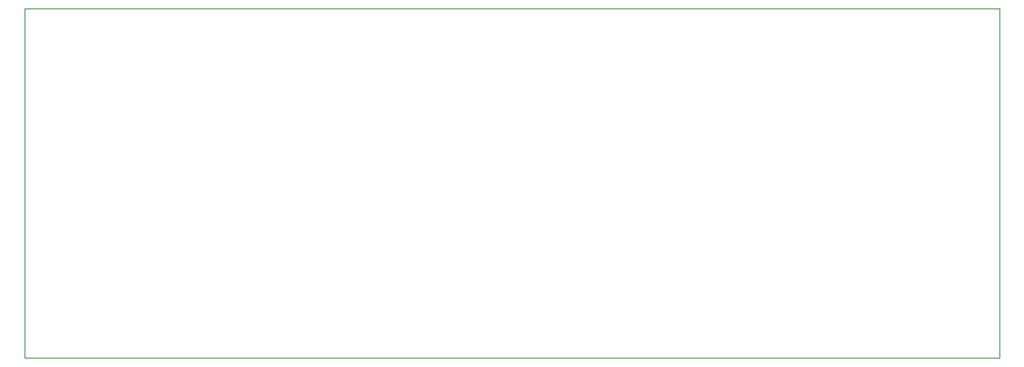
<source format=gm1>
G04 #@! TF.GenerationSoftware,KiCad,Pcbnew,(5.1.4)-1*
G04 #@! TF.CreationDate,2021-09-06T00:09:17-04:00*
G04 #@! TF.ProjectId,controller_power_filter,636f6e74-726f-46c6-9c65-725f706f7765,rev?*
G04 #@! TF.SameCoordinates,Original*
G04 #@! TF.FileFunction,Profile,NP*
%FSLAX46Y46*%
G04 Gerber Fmt 4.6, Leading zero omitted, Abs format (unit mm)*
G04 Created by KiCad (PCBNEW (5.1.4)-1) date 2021-09-06 00:09:17*
%MOMM*%
%LPD*%
G04 APERTURE LIST*
%ADD10C,0.050000*%
G04 APERTURE END LIST*
D10*
X190000000Y-115000000D02*
X92500000Y-115000000D01*
X190000000Y-150000000D02*
X190000000Y-115000000D01*
X92500000Y-150000000D02*
X190000000Y-150000000D01*
X92500000Y-115000000D02*
X92500000Y-150000000D01*
M02*

</source>
